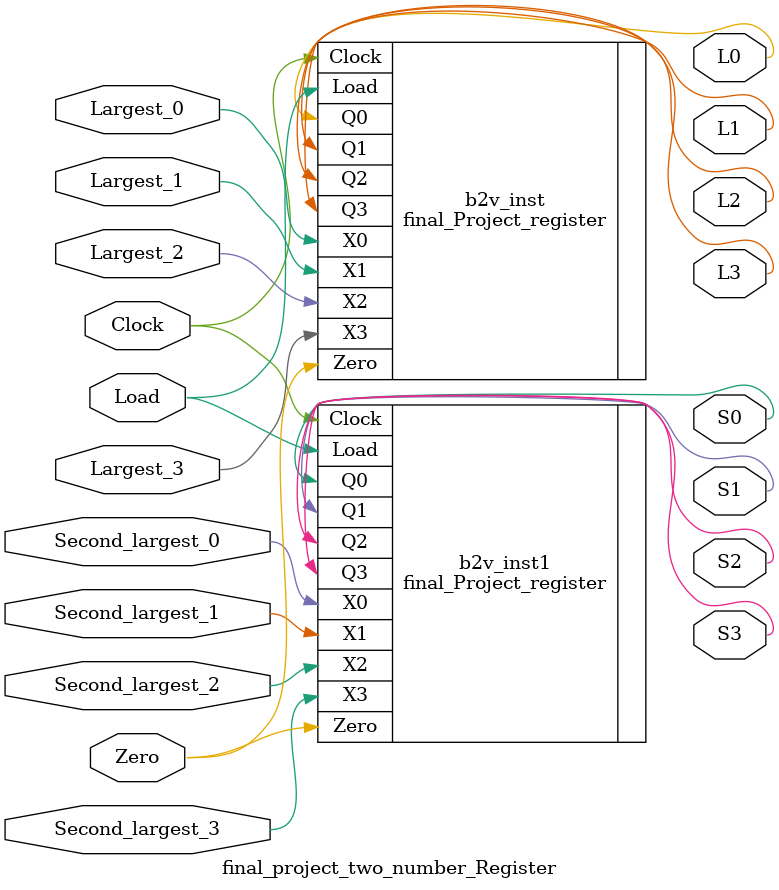
<source format=v>


module final_project_two_number_Register(
	Clock,
	Load,
	Largest_0,
	Largest_1,
	Largest_2,
	Largest_3,
	Second_largest_0,
	Second_largest_1,
	Second_largest_2,
	Second_largest_3,
	Zero,
	L0,
	L1,
	L2,
	L3,
	S0,
	S1,
	S2,
	S3
);


input wire	Clock;
input wire	Load;
input wire	Largest_0;
input wire	Largest_1;
input wire	Largest_2;
input wire	Largest_3;
input wire	Second_largest_0;
input wire	Second_largest_1;
input wire	Second_largest_2;
input wire	Second_largest_3;
input wire	Zero;
output wire	L0;
output wire	L1;
output wire	L2;
output wire	L3;
output wire	S0;
output wire	S1;
output wire	S2;
output wire	S3;






final_Project_register	b2v_inst(
	.Load(Load),
	.X0(Largest_0),
	.X1(Largest_1),
	.X2(Largest_2),
	.X3(Largest_3),
	.Clock(Clock),
	.Zero(Zero),
	.Q0(L0),
	.Q1(L1),
	.Q2(L2),
	.Q3(L3));


final_Project_register	b2v_inst1(
	.Load(Load),
	.X0(Second_largest_0),
	.X1(Second_largest_1),
	.X2(Second_largest_2),
	.X3(Second_largest_3),
	.Clock(Clock),
	.Zero(Zero),
	.Q0(S0),
	.Q1(S1),
	.Q2(S2),
	.Q3(S3));


endmodule

</source>
